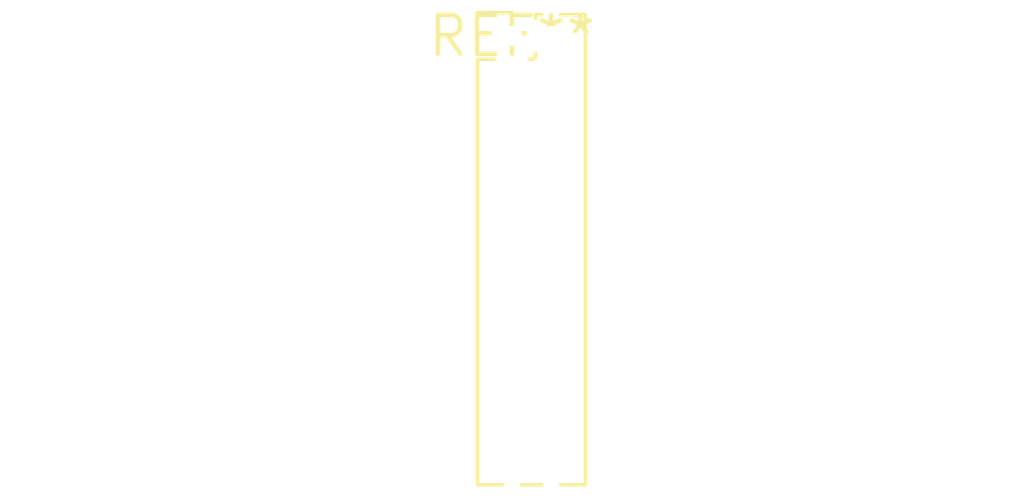
<source format=kicad_pcb>
(kicad_pcb (version 20240108) (generator pcbnew)
  (layers (0 "F.Cu" signal) (31 "B.Cu" signal) (34 "B.Paste" user) (35 "F.Paste" user) (36 "B.SilkS" user "B.Silkscreen") (37 "F.SilkS" user "F.Silkscreen") (38 "B.Mask" user) (39 "F.Mask" user) (44 "Edge.Cuts" user))
  (net 0 "")
  (footprint "PinHeader_2x12_P1.27mm_Vertical" (layer "F.Cu") (at 0 0)
    (property "Reference" "REF**")
    (property "Value" "PinHeader_2x12_P1.27mm_Vertical")
    (fp_line (start -1.13 -0.76) (end 0 -0.76) (layer "F.SilkS") (stroke (width 0.12)))
    (fp_line (start -1.13 0) (end -1.13 -0.76) (layer "F.SilkS") (stroke (width 0.12)))
    (fp_line (start -1.13 0.76) (end -1.13 14.665) (layer "F.SilkS") (stroke (width 0.12)))
    (fp_line (start -1.13 0.76) (end -0.563471 0.76) (layer "F.SilkS") (stroke (width 0.12)))
    (fp_line (start -1.13 14.665) (end -0.30753 14.665) (layer "F.SilkS") (stroke (width 0.12)))
    (fp_line (start 0.30753 14.665) (end 0.96247 14.665) (layer "F.SilkS") (stroke (width 0.12)))
    (fp_line (start 0.563471 0.76) (end 0.706529 0.76) (layer "F.SilkS") (stroke (width 0.12)))
    (fp_line (start 0.76 -0.695) (end 0.96247 -0.695) (layer "F.SilkS") (stroke (width 0.12)))
    (fp_line (start 0.76 -0.563471) (end 0.76 -0.695) (layer "F.SilkS") (stroke (width 0.12)))
    (fp_line (start 0.76 0.706529) (end 0.76 0.563471) (layer "F.SilkS") (stroke (width 0.12)))
    (fp_line (start 1.57753 -0.695) (end 2.4 -0.695) (layer "F.SilkS") (stroke (width 0.12)))
    (fp_line (start 1.57753 14.665) (end 2.4 14.665) (layer "F.SilkS") (stroke (width 0.12)))
    (fp_line (start 2.4 -0.695) (end 2.4 14.665) (layer "F.SilkS") (stroke (width 0.12)))
    (pad "1" thru_hole rect (at 0 0) (size 1 1) (drill 0.65) (layers *.Cu *.Mask) (remove_unused_layers))
    (pad "2" thru_hole oval (at 1.27 0) (size 1 1) (drill 0.65) (layers *.Cu *.Mask) (remove_unused_layers))
    (pad "3" thru_hole oval (at 0 1.27) (size 1 1) (drill 0.65) (layers *.Cu *.Mask) (remove_unused_layers))
    (pad "4" thru_hole oval (at 1.27 1.27) (size 1 1) (drill 0.65) (layers *.Cu *.Mask) (remove_unused_layers))
    (pad "5" thru_hole oval (at 0 2.54) (size 1 1) (drill 0.65) (layers *.Cu *.Mask) (remove_unused_layers))
    (pad "6" thru_hole oval (at 1.27 2.54) (size 1 1) (drill 0.65) (layers *.Cu *.Mask) (remove_unused_layers))
    (pad "7" thru_hole oval (at 0 3.81) (size 1 1) (drill 0.65) (layers *.Cu *.Mask) (remove_unused_layers))
    (pad "8" thru_hole oval (at 1.27 3.81) (size 1 1) (drill 0.65) (layers *.Cu *.Mask) (remove_unused_layers))
    (pad "9" thru_hole oval (at 0 5.08) (size 1 1) (drill 0.65) (layers *.Cu *.Mask) (remove_unused_layers))
    (pad "10" thru_hole oval (at 1.27 5.08) (size 1 1) (drill 0.65) (layers *.Cu *.Mask) (remove_unused_layers))
    (pad "11" thru_hole oval (at 0 6.35) (size 1 1) (drill 0.65) (layers *.Cu *.Mask) (remove_unused_layers))
    (pad "12" thru_hole oval (at 1.27 6.35) (size 1 1) (drill 0.65) (layers *.Cu *.Mask) (remove_unused_layers))
    (pad "13" thru_hole oval (at 0 7.62) (size 1 1) (drill 0.65) (layers *.Cu *.Mask) (remove_unused_layers))
    (pad "14" thru_hole oval (at 1.27 7.62) (size 1 1) (drill 0.65) (layers *.Cu *.Mask) (remove_unused_layers))
    (pad "15" thru_hole oval (at 0 8.89) (size 1 1) (drill 0.65) (layers *.Cu *.Mask) (remove_unused_layers))
    (pad "16" thru_hole oval (at 1.27 8.89) (size 1 1) (drill 0.65) (layers *.Cu *.Mask) (remove_unused_layers))
    (pad "17" thru_hole oval (at 0 10.16) (size 1 1) (drill 0.65) (layers *.Cu *.Mask) (remove_unused_layers))
    (pad "18" thru_hole oval (at 1.27 10.16) (size 1 1) (drill 0.65) (layers *.Cu *.Mask) (remove_unused_layers))
    (pad "19" thru_hole oval (at 0 11.43) (size 1 1) (drill 0.65) (layers *.Cu *.Mask) (remove_unused_layers))
    (pad "20" thru_hole oval (at 1.27 11.43) (size 1 1) (drill 0.65) (layers *.Cu *.Mask) (remove_unused_layers))
    (pad "21" thru_hole oval (at 0 12.7) (size 1 1) (drill 0.65) (layers *.Cu *.Mask) (remove_unused_layers))
    (pad "22" thru_hole oval (at 1.27 12.7) (size 1 1) (drill 0.65) (layers *.Cu *.Mask) (remove_unused_layers))
    (pad "23" thru_hole oval (at 0 13.97) (size 1 1) (drill 0.65) (layers *.Cu *.Mask) (remove_unused_layers))
    (pad "24" thru_hole oval (at 1.27 13.97) (size 1 1) (drill 0.65) (layers *.Cu *.Mask) (remove_unused_layers))
  )
)
</source>
